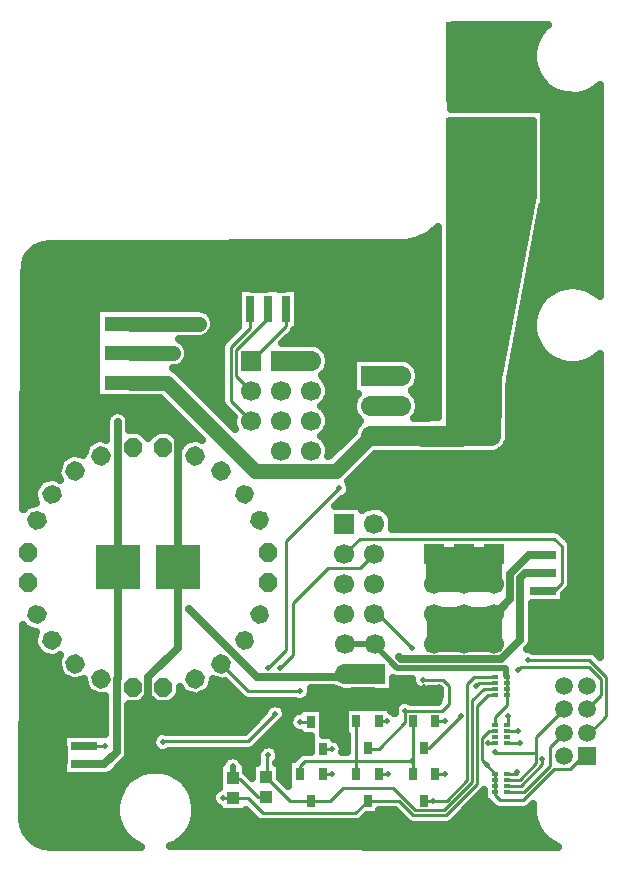
<source format=gbl>
G04 DipTrace 2.4.0.2*
%INBottom.gbr*%
%MOIN*%
%ADD13C,0.0669*%
%ADD14C,0.05*%
%ADD15C,0.06*%
%ADD16C,0.07*%
%ADD17C,0.025*%
%ADD18C,0.01*%
%ADD19C,0.02*%
%ADD20C,0.014*%
%ADD21R,0.1772X0.0512*%
%ADD22R,0.1535X0.0709*%
%ADD23R,0.3X0.27*%
%ADD24R,0.0669X0.0669*%
%ADD25C,0.0669*%
%ADD26R,0.0591X0.0591*%
%ADD27C,0.0591*%
%ADD28R,0.15X0.15*%
%ADD30R,0.0256X0.0413*%
%ADD31R,0.0394X0.0433*%
%ADD32R,0.0195X0.014*%
%ADD33R,0.0866X0.0276*%
%ADD34R,0.0906X0.043*%
%ADD35R,0.0276X0.0866*%
%ADD36R,0.043X0.0906*%
%FSLAX44Y44*%
G04*
G70*
G90*
G75*
G01*
%LNBottom*%
%LPD*%
X15950Y20010D2*
D13*
X16950D1*
X7935Y21756D2*
D14*
X10206D1*
X15950Y19010D2*
D13*
X16950D1*
X7935Y20774D2*
D14*
X9340D1*
X19064Y13092D2*
Y14092D1*
X18950Y18013D2*
X19950D1*
Y20008D1*
X19953Y20010D1*
X18953D1*
Y18015D1*
X18950Y18013D1*
X19950Y19013D1*
X18953Y20010D1*
X18950Y19013D2*
X18955D1*
X19953Y20010D1*
X18950Y19013D2*
X19950Y18013D1*
Y19013D2*
X18950D1*
Y18013D2*
D15*
X19950D1*
Y19013D1*
X18950Y18013D2*
D13*
X19950D1*
Y18697D1*
D16*
Y20008D1*
D13*
X19953Y20010D1*
X18953D1*
Y19326D1*
D16*
Y18015D1*
D13*
X18950Y18013D1*
X15950Y18010D2*
X16950D1*
X17635D1*
D16*
X18948D1*
X7935Y19784D2*
D14*
X9136D1*
X12090Y16830D1*
X14770D1*
X15950Y18010D1*
X19953Y20010D2*
D17*
Y27283D1*
X19960Y27290D1*
X20064Y14092D2*
D14*
X19064D1*
X18064D1*
X18061Y14089D1*
X18023Y13943D2*
Y13128D1*
X18061Y13089D1*
X20061D1*
X20064Y13092D1*
Y14092D1*
X19064Y13092D1*
X19058D1*
X18061Y14089D1*
Y13089D2*
X19064Y14092D1*
X20064Y13092D1*
X20485Y6555D2*
D18*
X20905D1*
X21450Y7100D1*
Y7450D1*
Y7979D1*
X22375Y8904D1*
X16208Y8505D2*
X16485D1*
X20090Y7480D2*
Y7450D1*
X21450D1*
X20070Y9780D2*
X19560D1*
X19460Y9680D1*
X17090Y8840D2*
Y8480D1*
X16200Y7590D1*
X15844D1*
X15834Y7600D1*
X17690Y9890D2*
X18350D1*
X18550Y9690D1*
Y9080D1*
X18310Y8840D1*
X17090D1*
X20085Y7780D2*
X19860D1*
X19850Y7770D1*
X14335Y7568D2*
X14638D1*
X20900Y7770D2*
X20495D1*
X20485Y7780D1*
X13110Y22230D2*
Y21670D1*
X11950Y20510D1*
X12510Y22230D2*
Y21940D1*
X11450Y20880D1*
Y20010D1*
X11950Y19510D1*
X11910Y22230D2*
Y21600D1*
X11270Y20960D1*
Y19190D1*
X11950Y18510D1*
X7506Y13629D2*
D17*
Y9957D1*
X7470Y9920D1*
Y7470D1*
X7060Y7060D1*
X6402D1*
X6395Y7067D1*
X13950Y20510D2*
D13*
X12950D1*
X16070Y10090D2*
X15070D1*
D17*
Y9990D1*
X12163D1*
X9898Y12255D1*
X21671Y13443D2*
X21093D1*
X20910Y13260D1*
Y11200D1*
X20270Y10560D1*
X16950D1*
X16870Y10640D1*
X7506Y13629D2*
Y18470D1*
X20470Y9380D2*
D18*
Y9580D1*
Y9780D1*
Y9980D1*
X20085Y8380D2*
Y8655D1*
X20470Y9040D1*
Y9380D1*
X15070Y11090D2*
D19*
X16070D1*
Y11030D1*
X16830Y10270D1*
X20440D1*
Y10010D1*
D20*
X20470Y9980D1*
X12460Y5961D2*
D18*
X12192D1*
X11585Y6568D1*
X11379D1*
X11335Y6612D1*
Y7005D2*
D19*
Y6612D1*
X23163Y7329D2*
D18*
Y7473D1*
X22590Y6900D1*
X22060D1*
X21020Y5860D1*
X20250D1*
X20070Y6040D1*
Y6140D1*
X20085Y6155D1*
Y6355D1*
Y6555D1*
Y6755D1*
X19808Y7032D1*
X19640Y7200D1*
Y7950D1*
X19870Y8180D1*
X20085D1*
X17335Y6755D2*
Y7175D1*
Y8505D1*
X15460Y6755D2*
Y7170D1*
Y8505D1*
X13585Y6755D2*
Y6995D1*
X13760Y7170D1*
X15460D1*
X17335Y7175D1*
X17316D2*
X17335D1*
X6395Y6467D2*
D17*
X7193D1*
X8170Y7445D1*
X8530Y7805D1*
Y9960D1*
X9520Y10950D1*
Y13630D1*
X20064Y11682D2*
D14*
Y11092D1*
X20950Y18013D2*
D13*
Y18697D1*
D16*
Y20008D1*
D13*
X20953Y20010D1*
X21953D1*
Y19326D1*
D16*
Y18015D1*
D13*
X21950Y18013D1*
X20950D1*
Y19013D2*
X21950D1*
X21948Y20010D2*
D16*
X21434Y19497D1*
D13*
X20950Y19013D1*
D16*
X21466Y18497D1*
D13*
X21950Y18013D1*
X17560Y9270D2*
D17*
X16710D1*
X16480Y9040D1*
X13520D1*
X13060Y8580D1*
X11924Y7445D1*
X8170D1*
X9520Y13630D2*
Y18460D1*
X9020Y18960D1*
X7000D1*
X6490Y19470D1*
Y22400D1*
X6800Y22710D1*
X7905D1*
X7935Y22740D1*
X10800D1*
X11310Y22230D1*
X13587Y7568D2*
D18*
X13610D1*
Y8030D1*
X13060Y8580D1*
X19064Y11092D2*
D14*
Y12092D1*
X18061Y11089D2*
Y12089D1*
X20064Y11092D2*
Y12092D1*
X19064D1*
X18064D1*
X18061Y12089D1*
X18066D2*
X19064Y11092D1*
X20064Y12092D1*
Y11092D2*
X18064D1*
X18061Y11089D1*
X19064Y12092D1*
X20064Y11092D1*
Y12092D2*
D17*
X20102D1*
X20590Y12580D1*
Y13420D1*
X21210Y14040D1*
X21669D1*
X21671Y14043D1*
X17709Y7600D2*
D18*
X17890D1*
X18950Y8660D1*
X20500D2*
Y8395D1*
X20485Y8380D1*
X16065Y12088D2*
X16183D1*
X17320Y10950D1*
X13959Y5850D2*
X14580D1*
X15020Y6290D1*
X16670D1*
X17430Y5530D1*
X18380D1*
X19320Y6470D1*
Y9210D1*
X19700Y9590D1*
X20060D1*
X20070Y9580D1*
X13959Y5850D2*
X13241D1*
X12460Y6630D1*
X14890Y16260D2*
X13130Y14500D1*
Y10880D1*
X12530Y10280D1*
Y7370D2*
X12470D1*
Y6640D1*
X12460Y6630D1*
X20485Y6355D2*
X20955D1*
X21660Y7060D1*
Y7250D1*
X14333Y6755D2*
X14655D1*
X15834Y5850D2*
X16881D1*
X17360Y5370D1*
X18450D1*
X19480Y6400D1*
Y9020D1*
X19840Y9380D1*
X20070D1*
X11335Y5943D2*
X11835D1*
X12335Y5443D1*
X15427D1*
X15834Y5850D1*
X11010Y5940D2*
X11333D1*
X11335Y5943D1*
X20485Y6155D2*
X21045D1*
X21900Y7010D1*
Y7641D1*
X22375Y8117D1*
X16208Y6755D2*
X16505D1*
X21671Y12843D2*
X22033D1*
X22310Y13120D1*
Y14340D1*
X22060Y14590D1*
X15568D1*
X15065Y14088D1*
X16065D2*
X16048D1*
X15570Y13610D1*
X14510D1*
X13340Y12440D1*
Y10720D1*
X12910Y10290D1*
X12750Y8730D2*
X11860Y7840D1*
X9050D1*
X9020Y7810D1*
X7080Y7680D2*
X6408D1*
X6395Y7667D1*
X13961Y8473D2*
X13585D1*
Y9505D2*
X11864D1*
X10953Y10416D1*
X17709Y5850D2*
X18024D1*
X18470D1*
X19160Y6540D1*
Y9740D1*
X19390Y9970D1*
X20060D1*
X20070Y9980D1*
X23163Y8117D2*
X23236D1*
X23780Y8660D1*
Y9980D1*
X23220Y10540D1*
X21170D1*
X20820Y6810D2*
X20840D1*
X20785Y6755D1*
X20485D1*
X18083D2*
X18409D1*
X23163Y8904D2*
Y8913D1*
X23610Y9360D1*
Y9920D1*
X23210Y10320D1*
X20960D1*
X20850Y10210D1*
Y8190D2*
X20495D1*
X20485Y8180D1*
X18083Y8505D2*
X18415D1*
D14*
X10206Y21756D3*
X9340Y20774D3*
D19*
X16485Y8505D3*
X20090Y7480D3*
X19460Y9680D3*
X17090Y8840D3*
X17690Y9890D3*
X17090Y8840D3*
X19850Y7770D3*
X14638Y7568D3*
X20900Y7770D3*
X9898Y12255D3*
X16870Y10640D3*
X7506Y18470D3*
X11335Y7005D3*
X17316Y7175D3*
X19808Y7032D3*
X17560Y9270D3*
X18950Y8660D3*
X20500D3*
X17320Y10950D3*
X14890Y16260D3*
X12530Y10280D3*
Y7370D3*
X21660Y7250D3*
X14655Y6755D3*
X11010Y5940D3*
X16505Y6755D3*
X12910Y10290D3*
X12750Y8730D3*
X9020Y7810D3*
X7080Y7680D3*
X13585Y8473D3*
Y9505D3*
X18024Y5850D3*
X21170Y10540D3*
X20820Y6810D3*
X18409Y6755D3*
X20850Y10210D3*
Y8190D3*
X18415Y8505D3*
X18710Y31630D3*
X19210D3*
X19710D3*
X20210D3*
X20710D3*
X21210D3*
Y31130D3*
X20710D3*
X20210D3*
X19710D3*
X19210D3*
X18710D3*
Y30630D3*
X19210D3*
X19710D3*
X20210D3*
X20710D3*
X21210D3*
Y30130D3*
X20710D3*
X20210D3*
X19710D3*
X19210D3*
X18710D3*
Y29630D3*
X19210D3*
X19710D3*
X20210D3*
X20710D3*
X21210D3*
X4710Y10630D3*
Y9630D3*
X5710Y8630D3*
X6710D3*
X5710Y5630D3*
X6710D3*
X5710Y4630D3*
X6710D3*
X10710Y8630D3*
X9710D3*
Y6630D3*
X10710D3*
X9710Y4630D3*
X10710D3*
X11710D3*
X12710D3*
X13710D3*
X14710D3*
X15710D3*
X16710D3*
X17710D3*
X18710D3*
X19710D3*
X20710D3*
X18210Y9630D3*
X17710D3*
X17960Y9255D3*
X22710Y12630D3*
Y13630D3*
Y14630D3*
Y15630D3*
Y16630D3*
Y17630D3*
X21710Y16630D3*
X20710D3*
X19710D3*
X21710Y15630D3*
X20710D3*
X19710D3*
X17710Y16630D3*
Y15630D3*
X16710Y16630D3*
X17710Y18630D3*
Y21630D3*
Y22630D3*
Y23630D3*
X16710D3*
Y22630D3*
X9710Y23630D3*
X8710D3*
X7710D3*
X4710Y22630D3*
X5710D3*
Y21630D3*
X4710D3*
Y19630D3*
X5710D3*
Y20630D3*
X4710D3*
Y17630D3*
X5710D3*
X6710Y23630D3*
X18610Y28257D2*
D17*
X21310D1*
X18610Y28008D2*
X21310D1*
X18610Y27759D2*
X21310D1*
X18610Y27511D2*
X21310D1*
X18610Y27262D2*
X21310D1*
X18610Y27013D2*
X21310D1*
X18610Y26764D2*
X21310D1*
X18610Y26516D2*
X21310D1*
X18610Y26267D2*
X21310D1*
X18610Y26018D2*
X21310D1*
X18610Y25770D2*
X21265D1*
X18610Y25521D2*
X21218D1*
X18610Y25272D2*
X21171D1*
X18610Y25024D2*
X21124D1*
X18610Y24775D2*
X21078D1*
X18610Y24526D2*
X21031D1*
X18610Y24278D2*
X20984D1*
X18610Y24029D2*
X20937D1*
X18610Y23780D2*
X20890D1*
X18610Y23532D2*
X20843D1*
X18610Y23283D2*
X20796D1*
X18610Y23034D2*
X20749D1*
X18610Y22785D2*
X20703D1*
X18610Y22537D2*
X20656D1*
X18610Y22288D2*
X20613D1*
X18610Y22039D2*
X20566D1*
X18610Y21791D2*
X20519D1*
X18610Y21542D2*
X20472D1*
X18610Y21293D2*
X20425D1*
X18610Y21045D2*
X20378D1*
X18610Y20796D2*
X20332D1*
X18610Y20547D2*
X20285D1*
X18610Y20299D2*
X20238D1*
X18610Y20050D2*
X20179D1*
X18610Y19801D2*
X19949D1*
X18610Y19553D2*
X19714D1*
X18610Y19304D2*
X19480D1*
X18610Y19055D2*
X19249D1*
X18610Y18806D2*
X19015D1*
X18610Y18558D2*
X18781D1*
X20219Y20063D2*
X21335Y26019D1*
Y28505D1*
X18585D1*
Y18322D1*
X20221Y20067D1*
X18649Y31467D2*
X21579D1*
X18649Y31218D2*
X21435D1*
X18653Y30969D2*
X21353D1*
X18653Y30721D2*
X21318D1*
X18653Y30472D2*
X21333D1*
X18653Y30223D2*
X21400D1*
X18653Y29974D2*
X21521D1*
X18653Y29726D2*
X21720D1*
X18653Y29477D2*
X22075D1*
X23262D2*
X23560D1*
X18653Y29228D2*
X23560D1*
X18653Y28980D2*
X23560D1*
X21750Y28731D2*
X23560D1*
X21750Y28482D2*
X23560D1*
X21750Y28234D2*
X23560D1*
X21750Y27985D2*
X23560D1*
X21750Y27736D2*
X23560D1*
X21750Y27488D2*
X23560D1*
X21750Y27239D2*
X23560D1*
X21750Y26990D2*
X23560D1*
X21750Y26742D2*
X23560D1*
X21750Y26493D2*
X23560D1*
X21750Y26244D2*
X23560D1*
X21750Y25995D2*
X23560D1*
X21750Y25747D2*
X23560D1*
X21661Y25498D2*
X23560D1*
X21614Y25249D2*
X23556D1*
X21567Y25001D2*
X23556D1*
X17958Y24752D2*
X18169D1*
X21520D2*
X23556D1*
X17446Y24503D2*
X18169D1*
X21473D2*
X23556D1*
X4762Y24255D2*
X18169D1*
X21426D2*
X23556D1*
X4528Y24006D2*
X18169D1*
X21379D2*
X23556D1*
X4426Y23757D2*
X18169D1*
X21333D2*
X23556D1*
X4411Y23509D2*
X18169D1*
X21286D2*
X23556D1*
X4411Y23260D2*
X18169D1*
X21239D2*
X23556D1*
X4407Y23011D2*
X18169D1*
X21192D2*
X22443D1*
X22895D2*
X23556D1*
X4407Y22763D2*
X11482D1*
X13540D2*
X18169D1*
X21145D2*
X21853D1*
X4407Y22514D2*
X11482D1*
X13540D2*
X18169D1*
X21098D2*
X21599D1*
X4407Y22265D2*
X6759D1*
X10309D2*
X11482D1*
X13540D2*
X18169D1*
X21055D2*
X21447D1*
X4407Y22016D2*
X6759D1*
X10676D2*
X11482D1*
X13540D2*
X18169D1*
X21008D2*
X21357D1*
X4403Y21768D2*
X6759D1*
X10747D2*
X11482D1*
X13540D2*
X18169D1*
X20961D2*
X21322D1*
X4403Y21519D2*
X6759D1*
X10688D2*
X11357D1*
X13411D2*
X18169D1*
X20915D2*
X21329D1*
X4403Y21270D2*
X6759D1*
X10403D2*
X11111D1*
X13180D2*
X18169D1*
X20868D2*
X21392D1*
X4403Y21022D2*
X6759D1*
X9817D2*
X10935D1*
X14290D2*
X18169D1*
X20821D2*
X21505D1*
X4399Y20773D2*
X6759D1*
X9879D2*
X10931D1*
X14512D2*
X18169D1*
X20774D2*
X21697D1*
X4399Y20524D2*
X6759D1*
X9817D2*
X10931D1*
X14575D2*
X15325D1*
X17282D2*
X18169D1*
X20727D2*
X22033D1*
X23309D2*
X23556D1*
X4399Y20276D2*
X6759D1*
X9493D2*
X10931D1*
X14528D2*
X15325D1*
X17512D2*
X18169D1*
X20680D2*
X23556D1*
X4399Y20027D2*
X6759D1*
X9645D2*
X10931D1*
X14329D2*
X15325D1*
X17575D2*
X18169D1*
X20633D2*
X23556D1*
X4399Y19778D2*
X6759D1*
X9895D2*
X10931D1*
X14512D2*
X15325D1*
X17528D2*
X18169D1*
X20590D2*
X23556D1*
X4395Y19530D2*
X6759D1*
X10145D2*
X10931D1*
X14575D2*
X15325D1*
X17333D2*
X18169D1*
X20590D2*
X23556D1*
X4395Y19281D2*
X6759D1*
X10391D2*
X10931D1*
X14528D2*
X15392D1*
X17508D2*
X18169D1*
X20590D2*
X23556D1*
X4395Y19032D2*
X9134D1*
X10641D2*
X10974D1*
X14336D2*
X15325D1*
X17575D2*
X18169D1*
X20590D2*
X23556D1*
X4395Y18784D2*
X7247D1*
X7762D2*
X9384D1*
X10891D2*
X11208D1*
X14508D2*
X15368D1*
X17532D2*
X18169D1*
X20590D2*
X23556D1*
X4395Y18535D2*
X7095D1*
X7915D2*
X9634D1*
X11137D2*
X11325D1*
X14575D2*
X15560D1*
X20575D2*
X23556D1*
X4391Y18286D2*
X7091D1*
X7922D2*
X9880D1*
X14532D2*
X15392D1*
X20575D2*
X23556D1*
X4391Y18037D2*
X7091D1*
X8442D2*
X8595D1*
X9442D2*
X10130D1*
X14344D2*
X15224D1*
X20575D2*
X23556D1*
X4391Y17789D2*
X6560D1*
X14504D2*
X14974D1*
X20532D2*
X23556D1*
X4391Y17540D2*
X6392D1*
X14575D2*
X14728D1*
X20344D2*
X23556D1*
X4391Y17291D2*
X5697D1*
X15985D2*
X23556D1*
X4387Y17043D2*
X5525D1*
X15735D2*
X23556D1*
X4387Y16794D2*
X5470D1*
X15489D2*
X23556D1*
X4387Y16545D2*
X4931D1*
X15239D2*
X23556D1*
X4387Y16297D2*
X4759D1*
X15278D2*
X23556D1*
X4387Y16048D2*
X4697D1*
X15211D2*
X23556D1*
X4383Y15799D2*
X4763D1*
X14899D2*
X23556D1*
X16469Y15551D2*
X23556D1*
X16649Y15302D2*
X23552D1*
X16688Y15053D2*
X23552D1*
X22317Y14805D2*
X23552D1*
X22563Y14556D2*
X23552D1*
X22649Y14307D2*
X23552D1*
X22649Y14058D2*
X23552D1*
X22649Y13810D2*
X23552D1*
X22649Y13561D2*
X23552D1*
X22649Y13312D2*
X23552D1*
X22645Y13064D2*
X23552D1*
X22473Y12815D2*
X23552D1*
X22395Y12566D2*
X23552D1*
X21325Y12318D2*
X23552D1*
X21325Y12069D2*
X23552D1*
X21325Y11820D2*
X23552D1*
X21325Y11572D2*
X23552D1*
X4372Y11323D2*
X4724D1*
X21325D2*
X23552D1*
X4368Y11074D2*
X4700D1*
X21305D2*
X23552D1*
X4368Y10826D2*
X4837D1*
X23379D2*
X23552D1*
X4368Y10577D2*
X5497D1*
X4368Y10328D2*
X5497D1*
X4368Y10079D2*
X5572D1*
X4364Y9831D2*
X5958D1*
X6127D2*
X6361D1*
X10680D2*
X10911D1*
X16696D2*
X17306D1*
X4364Y9582D2*
X6439D1*
X10602D2*
X11318D1*
X13965D2*
X14728D1*
X16696D2*
X17470D1*
X4364Y9333D2*
X6814D1*
X9551D2*
X10036D1*
X10223D2*
X11564D1*
X13930D2*
X18208D1*
X4364Y9085D2*
X7056D1*
X8282D2*
X8759D1*
X9282D2*
X12638D1*
X12860D2*
X16794D1*
X4360Y8836D2*
X7056D1*
X7883D2*
X12376D1*
X13125D2*
X13521D1*
X14379D2*
X15040D1*
X4360Y8587D2*
X7056D1*
X7883D2*
X12138D1*
X14379D2*
X15040D1*
X4360Y8339D2*
X7056D1*
X7883D2*
X11888D1*
X12829D2*
X13220D1*
X14379D2*
X15040D1*
X4360Y8090D2*
X7056D1*
X7883D2*
X8759D1*
X12579D2*
X13544D1*
X14379D2*
X15040D1*
X4360Y7841D2*
X5673D1*
X7883D2*
X8630D1*
X12333D2*
X13915D1*
X14903D2*
X15118D1*
X4356Y7593D2*
X5673D1*
X7883D2*
X8700D1*
X12079D2*
X12216D1*
X12844D2*
X13915D1*
X4356Y7344D2*
X5673D1*
X7864D2*
X11173D1*
X11497D2*
X12130D1*
X12918D2*
X13462D1*
X4356Y7095D2*
X5673D1*
X7672D2*
X10958D1*
X11715D2*
X11974D1*
X12946D2*
X13165D1*
X4356Y6847D2*
X5673D1*
X7422D2*
X8423D1*
X9118D2*
X10849D1*
X11821D2*
X11974D1*
X12946D2*
X13165D1*
X4356Y6598D2*
X7919D1*
X9622D2*
X10849D1*
X12961D2*
X13165D1*
X4352Y6349D2*
X7677D1*
X9860D2*
X10849D1*
X4352Y6100D2*
X7533D1*
X10004D2*
X10658D1*
X4352Y5852D2*
X7450D1*
X10090D2*
X10630D1*
X19403D2*
X19697D1*
X4352Y5603D2*
X7419D1*
X10122D2*
X10845D1*
X19153D2*
X20044D1*
X4352Y5354D2*
X7435D1*
X10106D2*
X11954D1*
X15809D2*
X16908D1*
X18903D2*
X21333D1*
X4372Y5106D2*
X7497D1*
X10040D2*
X17165D1*
X18645D2*
X21400D1*
X4446Y4857D2*
X7622D1*
X9918D2*
X21521D1*
X4610Y4608D2*
X7822D1*
X9719D2*
X21720D1*
X5032Y4360D2*
X8181D1*
X9360D2*
X22083D1*
X6909Y22277D2*
X9435Y22271D1*
X10206D1*
X10330Y22256D1*
X10446Y22212D1*
X10549Y22141D1*
X10631Y22047D1*
X10688Y21936D1*
X10718Y21815D1*
X10717Y21690D1*
X10686Y21569D1*
X10627Y21460D1*
X10543Y21367D1*
X10440Y21297D1*
X10323Y21255D1*
X10206Y21241D1*
X9554D1*
X9683Y21158D1*
X9765Y21065D1*
X9823Y20954D1*
X9852Y20833D1*
X9851Y20708D1*
X9820Y20587D1*
X9761Y20477D1*
X9677Y20385D1*
X9574Y20315D1*
X9457Y20272D1*
X9336Y20259D1*
X9479Y20168D1*
X11420Y18228D1*
X11365Y18378D1*
X11350Y18501D1*
X11367Y18644D1*
X11047Y18968D1*
X10979Y19071D1*
X10955Y19190D1*
Y20960D1*
X10979Y21082D1*
X11047Y21183D1*
X11509Y21644D1*
X11507Y22928D1*
X12313Y22924D1*
X12732Y22928D1*
X12913Y22924D1*
X13332Y22928D1*
X13513D1*
Y21532D1*
X13392D1*
X13333Y21448D1*
X12993Y21108D1*
X13950Y21110D1*
X14074Y21097D1*
X14193Y21059D1*
X14301Y20996D1*
X14394Y20913D1*
X14468Y20813D1*
X14519Y20699D1*
X14546Y20577D1*
X14547Y20452D1*
X14522Y20330D1*
X14472Y20216D1*
X14400Y20114D1*
X14305Y20027D1*
X14350Y20064D1*
X14340Y19966D1*
X14426Y19875D1*
X14491Y19769D1*
X14533Y19652D1*
X14550Y19510D1*
X14537Y19386D1*
X14498Y19267D1*
X14436Y19159D1*
X14353Y19066D1*
X14281Y19013D1*
X14340Y18966D1*
X14426Y18875D1*
X14491Y18769D1*
X14533Y18652D1*
X14550Y18510D1*
X14537Y18386D1*
X14498Y18267D1*
X14436Y18159D1*
X14353Y18066D1*
X14281Y18013D1*
X14340Y17966D1*
X14426Y17875D1*
X14491Y17769D1*
X14533Y17652D1*
X14550Y17510D1*
X14537Y17386D1*
X14523Y17345D1*
X14583Y17371D1*
X15370Y18158D1*
X15428Y18305D1*
X15500Y18407D1*
X15595Y18493D1*
X15599Y18524D1*
X15506Y18607D1*
X15432Y18708D1*
X15381Y18822D1*
X15354Y18944D1*
X15353Y19068D1*
X15378Y19191D1*
X15428Y19305D1*
X15503Y19409D1*
X15461Y19357D1*
X15425Y19411D1*
X15350D1*
Y20610D1*
X16550Y20606D1*
X16950Y20610D1*
X17074Y20597D1*
X17193Y20559D1*
X17301Y20496D1*
X17394Y20413D1*
X17468Y20313D1*
X17519Y20199D1*
X17546Y20077D1*
X17547Y19952D1*
X17522Y19830D1*
X17472Y19716D1*
X17400Y19614D1*
X17305Y19527D1*
X17301Y19496D1*
X17394Y19413D1*
X17468Y19313D1*
X17519Y19199D1*
X17546Y19077D1*
X17547Y18952D1*
X17522Y18830D1*
X17472Y18716D1*
X17397Y18611D1*
X17501Y18610D1*
X17635Y18625D1*
X18195Y18630D1*
X18191Y24974D1*
X17882Y24710D1*
X17519Y24527D1*
X17128Y24437D1*
X5247Y24405D1*
X5011Y24381D1*
X4839Y24321D1*
X4744Y24259D1*
X4519Y24034D1*
X4446Y23907D1*
X4400Y23749D1*
X4385Y23415D1*
X4359Y15559D1*
X4376Y15592D1*
X4461Y15682D1*
X4536Y15715D1*
X4785Y15781D1*
X4756Y15915D1*
X4723Y16038D1*
X4720Y16162D1*
X4749Y16239D1*
X4876Y16458D1*
X4961Y16548D1*
X5036Y16581D1*
X5280Y16646D1*
X5405Y16650D1*
X5481Y16620D1*
X5594Y16558D1*
X5530Y16669D1*
X5495Y16788D1*
X5504Y16870D1*
X5569Y17114D1*
X5629Y17223D1*
X5693Y17275D1*
X5911Y17401D1*
X6031Y17436D1*
X6113Y17428D1*
X6360Y17360D1*
X6402Y17491D1*
X6435Y17614D1*
X6495Y17723D1*
X6559Y17775D1*
X6777Y17901D1*
X6897Y17936D1*
X6979Y17928D1*
X7118Y17890D1*
X7116Y18470D1*
X7136Y18593D1*
X7194Y18704D1*
X7283Y18790D1*
X7395Y18844D1*
X7519Y18860D1*
X7641Y18836D1*
X7749Y18775D1*
X7833Y18683D1*
X7883Y18569D1*
X7896Y18470D1*
Y18201D1*
X8146Y18200D1*
X8267Y18171D1*
X8334Y18123D1*
X8515Y17940D1*
X8616Y18032D1*
X8706Y18123D1*
X8813Y18187D1*
X8894Y18200D1*
X9146D1*
X9267Y18171D1*
X9334Y18123D1*
X9512Y17944D1*
X9577Y17838D1*
X9590Y17757D1*
X9593Y17628D1*
X9657Y17739D1*
X9742Y17829D1*
X9818Y17862D1*
X10061Y17928D1*
X10186Y17931D1*
X10327Y17864D1*
X8928Y19264D1*
X6784Y19263D1*
X6788Y20305D1*
X6784Y20253D1*
X6788Y21295D1*
X6784Y21235D1*
Y22277D1*
X6909D1*
X18629Y28905D2*
X21725D1*
Y25675D1*
X21666D1*
X20594Y19953D1*
X20573Y19890D1*
X20565Y19633D1*
Y18697D1*
X20549Y18562D1*
X20550Y18013D1*
X20537Y17889D1*
X20499Y17770D1*
X20436Y17662D1*
X20353Y17569D1*
X20253Y17495D1*
X20139Y17444D1*
X20013Y17417D1*
X19575Y17413D1*
X19093D1*
X18948Y17395D1*
X17635D1*
X17499Y17411D1*
X16079D1*
X15168Y16500D1*
X15217Y16423D1*
X15252Y16304D1*
X15255Y16260D1*
X15234Y16138D1*
X15173Y16029D1*
X15079Y15948D1*
X14988Y15913D1*
X14762Y15687D1*
X15665D1*
Y15535D1*
X15755Y15601D1*
X15868Y15654D1*
X15989Y15683D1*
X16114Y15685D1*
X16237Y15662D1*
X16352Y15614D1*
X16455Y15544D1*
X16541Y15453D1*
X16606Y15347D1*
X16648Y15229D1*
X16665Y15088D1*
X16652Y14964D1*
X16634Y14908D1*
X17693Y14905D1*
X22060D1*
X22182Y14881D1*
X22283Y14813D1*
X22533Y14563D1*
X22602Y14460D1*
X22625Y14340D1*
Y13120D1*
X22601Y12999D1*
X22533Y12898D1*
X22370Y12735D1*
Y12440D1*
X21303D1*
X21300Y11635D1*
Y11200D1*
X21280Y11077D1*
X21220Y10964D1*
X21186Y10925D1*
X21166Y10905D1*
X21320Y10873D1*
X21349Y10853D1*
X23220Y10855D1*
X23342Y10831D1*
X23443Y10763D1*
X23578Y10628D1*
X23581Y20738D1*
X23450Y20627D1*
X23235Y20500D1*
X23000Y20416D1*
X22753Y20377D1*
X22504Y20384D1*
X22260Y20439D1*
X22031Y20538D1*
X21825Y20678D1*
X21648Y20855D1*
X21508Y21061D1*
X21409Y21290D1*
X21354Y21534D1*
X21346Y21784D1*
X21385Y22030D1*
X21470Y22265D1*
X21597Y22480D1*
X21762Y22667D1*
X21959Y22820D1*
X22182Y22933D1*
X22421Y23003D1*
X22670Y23027D1*
X22918Y23003D1*
X23158Y22934D1*
X23381Y22820D1*
X23578Y22667D1*
X23582Y22859D1*
X23585Y29715D1*
X23450Y29602D1*
X23235Y29475D1*
X23000Y29391D1*
X22753Y29352D1*
X22504Y29359D1*
X22260Y29414D1*
X22031Y29513D1*
X21825Y29653D1*
X21648Y29830D1*
X21508Y30036D1*
X21409Y30265D1*
X21354Y30509D1*
X21346Y30759D1*
X21385Y31005D1*
X21470Y31240D1*
X21597Y31455D1*
X21762Y31642D1*
X21848Y31716D1*
X18768Y31715D1*
X18686Y31693D1*
X18641Y31644D1*
X18627Y31570D1*
X18628Y29925D1*
X18630Y28906D1*
X14352Y8039D2*
X14728D1*
Y7918D1*
X14788Y7900D1*
X14891Y7831D1*
X14964Y7730D1*
X15000Y7611D1*
X15003Y7568D1*
X14989Y7487D1*
X15147Y7485D1*
X15145Y8034D1*
X15067D1*
Y8977D1*
X15853Y8973D1*
X15940Y8977D1*
X16601D1*
Y8848D1*
X16635Y8838D1*
X16729Y8775D1*
X16740Y8942D1*
X16794Y9054D1*
X16883Y9141D1*
X16996Y9193D1*
X17120Y9204D1*
X17240Y9173D1*
X17269Y9153D1*
X18180Y9155D1*
X18235Y9330D1*
Y9561D1*
X18100Y9575D1*
X17877D1*
X17763Y9533D1*
X17639Y9529D1*
X17520Y9567D1*
X17422Y9643D1*
X17354Y9748D1*
X17326Y9869D1*
X17330Y9903D1*
X16830Y9905D1*
X16670Y9940D1*
Y9491D1*
X15470Y9495D1*
X15070Y9491D1*
X14946Y9504D1*
X14775Y9568D1*
X14695Y9600D1*
X13941D1*
X13950Y9505D1*
X13929Y9383D1*
X13868Y9274D1*
X13774Y9193D1*
X13658Y9148D1*
X13534Y9144D1*
X13406Y9189D1*
X11864Y9190D1*
X11742Y9215D1*
X11641Y9283D1*
X11086Y9838D1*
X11009Y9824D1*
X10928Y9833D1*
X10680Y9900D1*
X10638Y9770D1*
X10605Y9647D1*
X10545Y9537D1*
X10481Y9486D1*
X10263Y9360D1*
X10143Y9324D1*
X10062Y9333D1*
X9818Y9398D1*
X9708Y9458D1*
X9657Y9522D1*
X9590Y9632D1*
Y9504D1*
X9561Y9383D1*
X9512Y9317D1*
X9334Y9138D1*
X9228Y9073D1*
X9146Y9060D1*
X8894D1*
X8773Y9090D1*
X8706Y9138D1*
X8525Y9320D1*
X8424Y9228D1*
X8334Y9138D1*
X8228Y9073D1*
X8146Y9060D1*
X7889Y9061D1*
X7860Y9045D1*
Y7470D1*
X7840Y7347D1*
X7780Y7234D1*
X7746Y7195D1*
X7336Y6785D1*
X7235Y6712D1*
X7093Y6664D1*
X5697D1*
X5701Y7470D1*
X5697Y7889D1*
Y8070D1*
X7080D1*
Y9357D1*
X6979Y9333D1*
X6854Y9330D1*
X6777Y9360D1*
X6559Y9486D1*
X6469Y9572D1*
X6435Y9647D1*
X6370Y9895D1*
X6236Y9866D1*
X6113Y9833D1*
X5988Y9830D1*
X5911Y9860D1*
X5693Y9986D1*
X5603Y10072D1*
X5569Y10147D1*
X5504Y10391D1*
X5501Y10515D1*
X5530Y10592D1*
X5592Y10704D1*
X5481Y10641D1*
X5362Y10605D1*
X5280Y10614D1*
X5036Y10679D1*
X4927Y10739D1*
X4876Y10803D1*
X4749Y11022D1*
X4714Y11141D1*
X4723Y11223D1*
X4790Y11471D1*
X4660Y11512D1*
X4536Y11546D1*
X4427Y11605D1*
X4346Y11720D1*
X4325Y5254D1*
X4361Y4995D1*
X4455Y4775D1*
X4603Y4587D1*
X4794Y4444D1*
X5016Y4356D1*
X5283Y4325D1*
X8287D1*
X8131Y4398D1*
X7925Y4538D1*
X7748Y4715D1*
X7608Y4921D1*
X7509Y5150D1*
X7454Y5394D1*
X7446Y5644D1*
X7485Y5890D1*
X7570Y6125D1*
X7697Y6340D1*
X7862Y6527D1*
X8059Y6680D1*
X8282Y6793D1*
X8521Y6863D1*
X8770Y6887D1*
X9018Y6863D1*
X9258Y6794D1*
X9481Y6680D1*
X9678Y6527D1*
X9843Y6340D1*
X9970Y6125D1*
X10055Y5890D1*
X10094Y5644D1*
X10090Y5435D1*
X10044Y5190D1*
X9952Y4958D1*
X9818Y4747D1*
X9647Y4565D1*
X9445Y4419D1*
X9252Y4326D1*
X22185Y4325D1*
X22031Y4398D1*
X21825Y4538D1*
X21648Y4715D1*
X21508Y4921D1*
X21409Y5150D1*
X21354Y5394D1*
X21346Y5644D1*
X21359Y5756D1*
X21243Y5638D1*
X21139Y5569D1*
X21020Y5545D1*
X20250D1*
X20128Y5570D1*
X20027Y5638D1*
X19852Y5813D1*
X19723Y5820D1*
Y6199D1*
X18673Y5148D1*
X18569Y5079D1*
X18450Y5055D1*
X17360D1*
X17238Y5080D1*
X17137Y5148D1*
X16748Y5537D1*
X16228Y5535D1*
X16227Y5378D1*
X15809D1*
X15650Y5220D1*
X15546Y5151D1*
X15427Y5128D1*
X12335D1*
X12213Y5152D1*
X12112Y5220D1*
X11795Y5538D1*
X11797Y5461D1*
X10873D1*
Y5606D1*
X10840Y5617D1*
X10742Y5693D1*
X10674Y5798D1*
X10646Y5919D1*
X10660Y6042D1*
X10714Y6154D1*
X10803Y6241D1*
X10870Y6272D1*
X10877Y6424D1*
X10873Y6506D1*
Y7094D1*
X10979D1*
X11039Y7219D1*
X11128Y7306D1*
X11241Y7358D1*
X11365Y7369D1*
X11485Y7338D1*
X11588Y7268D1*
X11672Y7144D1*
X11748Y7094D1*
X11797D1*
Y6801D1*
X11998Y6600D1*
Y7112D1*
X12158D1*
X12155Y7370D1*
X12188Y7510D1*
X12234Y7584D1*
X12323Y7671D1*
X12436Y7723D1*
X12560Y7734D1*
X12680Y7703D1*
X12783Y7633D1*
X12857Y7533D1*
X12892Y7414D1*
X12895Y7370D1*
X12874Y7248D1*
X12813Y7139D1*
X12786Y7116D1*
X12922Y7112D1*
Y6616D1*
X13194Y6342D1*
X13192Y7227D1*
X13368D1*
X13537Y7393D1*
X13641Y7462D1*
X13760Y7485D1*
X13944D1*
X13942Y8003D1*
X13568Y8002D1*
Y8107D1*
X13415Y8150D1*
X13317Y8226D1*
X13249Y8331D1*
X13221Y8452D1*
X13235Y8575D1*
X13289Y8687D1*
X13378Y8774D1*
X13491Y8826D1*
X13565Y8833D1*
X13568Y8945D1*
X14354D1*
Y8038D1*
X16737Y8769D2*
X16726Y8819D1*
X16740Y8942D1*
X16794Y9054D1*
X16883Y9141D1*
X16996Y9193D1*
X17120Y9204D1*
X17240Y9173D1*
X17269Y9153D1*
X12843Y8378D2*
X12083Y7618D1*
X11979Y7549D1*
X11860Y7525D1*
X9247D1*
X9209Y7498D1*
X9093Y7453D1*
X8969Y7449D1*
X8850Y7487D1*
X8752Y7563D1*
X8684Y7668D1*
X8656Y7789D1*
X8670Y7912D1*
X8724Y8024D1*
X8813Y8111D1*
X8926Y8163D1*
X9050Y8174D1*
X9121Y8156D1*
X11734Y8155D1*
X12397Y8823D1*
X12454Y8944D1*
X12543Y9031D1*
X12656Y9083D1*
X12780Y9094D1*
X12900Y9063D1*
X13003Y8993D1*
X13077Y8893D1*
X13112Y8774D1*
X13115Y8730D1*
X13094Y8608D1*
X13033Y8499D1*
X12939Y8418D1*
X12848Y8383D1*
D21*
X7935Y21756D3*
Y19784D3*
Y20774D3*
D22*
X5228Y23654D3*
Y18874D3*
D21*
X7935Y22740D3*
D23*
X19960Y27290D3*
Y30490D3*
D24*
X15950Y20010D3*
D25*
X16950D3*
X15950Y19010D3*
X16950D3*
X15950Y18010D3*
X16950D3*
D24*
X12950Y20510D3*
D25*
X13950D3*
X12950Y19510D3*
X13950D3*
X12950Y18510D3*
X13950D3*
X12950Y17510D3*
X13950D3*
D24*
X18953Y20010D3*
D25*
X19953D3*
X20953D3*
X21953D3*
D24*
X18950Y19013D3*
D25*
X19950D3*
X20950D3*
X21950D3*
D24*
X18950Y18013D3*
D25*
X19950D3*
X20950D3*
X21950D3*
D24*
X11950Y20510D3*
D25*
Y19510D3*
Y18510D3*
D24*
X20064Y14092D3*
D25*
Y13092D3*
Y12092D3*
Y11092D3*
D24*
X19064Y14092D3*
D25*
Y13092D3*
Y12092D3*
Y11092D3*
D24*
X18061Y14089D3*
D25*
Y13089D3*
Y12089D3*
Y11089D3*
D26*
X23163Y7329D3*
D27*
Y8117D3*
Y8904D3*
Y9691D3*
X22375D3*
Y8904D3*
Y8117D3*
Y7329D3*
D28*
X7506Y13629D3*
X9520Y13630D3*
D30*
X14335Y7568D3*
X13587D3*
X13961Y8473D3*
X17335Y6755D3*
X18083D3*
X17709Y5850D3*
X17335Y8505D3*
X18083D3*
X17709Y7600D3*
X15460Y6755D3*
X16208D3*
X15834Y5850D3*
X13585Y6755D3*
X14333D3*
X13959Y5850D3*
X15460Y8505D3*
X16208D3*
X15834Y7600D3*
D32*
X20085Y6755D3*
Y6355D3*
Y6155D3*
Y6555D3*
X20485Y6155D3*
Y6355D3*
Y6555D3*
Y6755D3*
X20470Y9380D3*
Y9780D3*
Y9980D3*
Y9580D3*
X20070Y9980D3*
Y9780D3*
Y9580D3*
Y9380D3*
X20085Y8380D3*
Y7980D3*
Y7780D3*
Y8180D3*
X20485Y7780D3*
Y7980D3*
Y8180D3*
Y8380D3*
D31*
X12460Y6630D3*
Y5961D3*
X11335Y5943D3*
Y6612D3*
D33*
X21671Y13443D3*
Y14043D3*
D34*
X23071Y12153D3*
Y14733D3*
D33*
X21671Y12843D3*
X6395Y7067D3*
Y6467D3*
D34*
X4995Y8357D3*
Y5777D3*
D33*
X6395Y7667D3*
D35*
X12510Y22230D3*
X11310D3*
X11910D3*
D36*
X13800Y23627D3*
X10620D3*
D35*
X13110Y22230D3*
G36*
X8325Y9504D2*
X8146Y9325D1*
X7894D1*
X7715Y9504D1*
Y9757D1*
X7894Y9935D1*
X8146D1*
X8325Y9757D1*
Y9504D1*
G37*
G36*
X9325D2*
X9146Y9325D1*
X8894D1*
X8715Y9504D1*
Y9757D1*
X8894Y9935D1*
X9146D1*
X9325Y9757D1*
Y9504D1*
G37*
G36*
X12191Y15524D2*
X12435Y15459D1*
X12561Y15240D1*
X12496Y14996D1*
X12277Y14870D1*
X12033Y14935D1*
X11907Y15154D1*
X11972Y15398D1*
X12191Y15524D1*
G37*
G36*
X11691Y16390D2*
X11935Y16325D1*
X12061Y16106D1*
X11996Y15862D1*
X11777Y15736D1*
X11533Y15801D1*
X11407Y16020D1*
X11472Y16264D1*
X11691Y16390D1*
G37*
G36*
X10752Y17106D2*
X10996Y17172D1*
X11215Y17045D1*
X11280Y16801D1*
X11154Y16583D1*
X10910Y16517D1*
X10691Y16643D1*
X10626Y16887D1*
X10752Y17106D1*
G37*
G36*
X9886Y17606D2*
X10130Y17672D1*
X10349Y17545D1*
X10414Y17301D1*
X10288Y17083D1*
X10044Y17017D1*
X9825Y17143D1*
X9760Y17387D1*
X9886Y17606D1*
G37*
G36*
X10414Y9959D2*
X10349Y9715D1*
X10130Y9589D1*
X9886Y9654D1*
X9760Y9873D1*
X9825Y10117D1*
X10044Y10243D1*
X10288Y10178D1*
X10414Y9959D1*
G37*
G36*
X11280Y10459D2*
X11215Y10215D1*
X10996Y10089D1*
X10752Y10154D1*
X10626Y10373D1*
X10691Y10617D1*
X10910Y10743D1*
X11154Y10678D1*
X11280Y10459D1*
G37*
G36*
X4394Y13825D2*
X4215Y14004D1*
Y14257D1*
X4394Y14435D1*
X4646D1*
X4825Y14257D1*
Y14004D1*
X4646Y13825D1*
X4394D1*
G37*
G36*
Y12825D2*
X4215Y13004D1*
Y13257D1*
X4394Y13435D1*
X4646D1*
X4825Y13257D1*
Y13004D1*
X4646Y12825D1*
X4394D1*
G37*
G36*
X8715Y17757D2*
X8894Y17935D1*
X9146D1*
X9325Y17757D1*
Y17504D1*
X9146Y17325D1*
X8894D1*
X8715Y17504D1*
Y17757D1*
G37*
G36*
X7715D2*
X7894Y17935D1*
X8146D1*
X8325Y17757D1*
Y17504D1*
X8146Y17325D1*
X7894D1*
X7715Y17504D1*
Y17757D1*
G37*
G36*
X11996Y11398D2*
X12061Y11154D1*
X11935Y10935D1*
X11691Y10870D1*
X11472Y10996D1*
X11407Y11240D1*
X11533Y11459D1*
X11777Y11524D1*
X11996Y11398D1*
G37*
G36*
X12496Y12264D2*
X12561Y12020D1*
X12435Y11801D1*
X12191Y11736D1*
X11972Y11862D1*
X11907Y12106D1*
X12033Y12325D1*
X12277Y12390D1*
X12496Y12264D1*
G37*
G36*
X4849Y11736D2*
X4605Y11801D1*
X4479Y12020D1*
X4544Y12264D1*
X4763Y12390D1*
X5007Y12325D1*
X5133Y12106D1*
X5068Y11862D1*
X4849Y11736D1*
G37*
G36*
X5349Y10870D2*
X5105Y10935D1*
X4979Y11154D1*
X5044Y11398D1*
X5263Y11524D1*
X5507Y11459D1*
X5633Y11240D1*
X5568Y10996D1*
X5349Y10870D1*
G37*
G36*
X6626Y17301D2*
X6691Y17545D1*
X6910Y17672D1*
X7154Y17606D1*
X7280Y17387D1*
X7215Y17143D1*
X6996Y17017D1*
X6752Y17083D1*
X6626Y17301D1*
G37*
G36*
X5760Y16801D2*
X5825Y17045D1*
X6044Y17172D1*
X6288Y17106D1*
X6414Y16887D1*
X6349Y16643D1*
X6130Y16517D1*
X5886Y16583D1*
X5760Y16801D1*
G37*
G36*
X12646Y13435D2*
X12825Y13257D1*
Y13004D1*
X12646Y12825D1*
X12394D1*
X12215Y13004D1*
Y13257D1*
X12394Y13435D1*
X12646D1*
G37*
G36*
Y14435D2*
X12825Y14257D1*
Y14004D1*
X12646Y13825D1*
X12394D1*
X12215Y14004D1*
Y14257D1*
X12394Y14435D1*
X12646D1*
G37*
G36*
X6288Y10154D2*
X6044Y10089D1*
X5825Y10215D1*
X5760Y10459D1*
X5886Y10678D1*
X6130Y10743D1*
X6349Y10617D1*
X6414Y10373D1*
X6288Y10154D1*
G37*
G36*
X7154Y9654D2*
X6910Y9589D1*
X6691Y9715D1*
X6626Y9959D1*
X6752Y10178D1*
X6996Y10243D1*
X7215Y10117D1*
X7280Y9873D1*
X7154Y9654D1*
G37*
G36*
X5044Y15862D2*
X4979Y16106D1*
X5105Y16325D1*
X5349Y16390D1*
X5568Y16264D1*
X5633Y16020D1*
X5507Y15801D1*
X5263Y15736D1*
X5044Y15862D1*
G37*
G36*
X4544Y14996D2*
X4479Y15240D1*
X4605Y15459D1*
X4849Y15524D1*
X5068Y15398D1*
X5133Y15154D1*
X5007Y14935D1*
X4763Y14870D1*
X4544Y14996D1*
G37*
D24*
X15065Y15088D3*
D25*
X16065D3*
X15065Y14088D3*
X16065D3*
X15065Y13088D3*
X16065D3*
X15065Y12088D3*
X16065D3*
D24*
X16070Y10090D3*
D25*
X15070D3*
X16070Y11090D3*
X15070D3*
M02*

</source>
